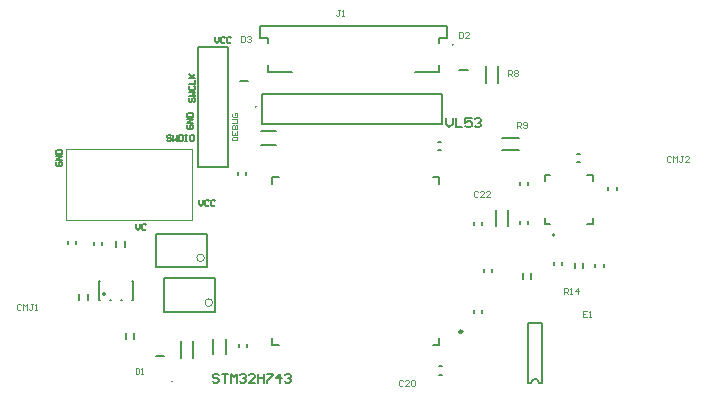
<source format=gto>
G04*
G04 #@! TF.GenerationSoftware,Altium Limited,Altium Designer,21.3.2 (30)*
G04*
G04 Layer_Color=65535*
%FSLAX43Y43*%
%MOMM*%
G71*
G04*
G04 #@! TF.SameCoordinates,DB2F4D52-C888-4A4C-9690-9536F9B8CA2E*
G04*
G04*
G04 #@! TF.FilePolarity,Positive*
G04*
G01*
G75*
%ADD10C,0.127*%
%ADD11C,0.200*%
%ADD12C,0.000*%
%ADD13C,0.250*%
%ADD14C,0.100*%
%ADD15C,0.152*%
%ADD16C,0.203*%
%ADD17C,0.102*%
D10*
X37500Y57350D02*
G03*
X37500Y57350I-100J0D01*
G01*
X66948Y78452D02*
G03*
X66948Y78452I-51J0D01*
G01*
X50253Y73196D02*
G03*
X50253Y73196I-51J0D01*
G01*
X43153Y49945D02*
G03*
X43153Y49945I-51J0D01*
G01*
X74700Y63280D02*
Y63770D01*
Y63280D02*
X75190D01*
X78800Y66890D02*
Y67380D01*
X78310D02*
X78800D01*
X78310Y63280D02*
X78800D01*
Y63770D01*
X74700Y67380D02*
X75190D01*
X74700Y66890D02*
Y67380D01*
X40127Y63285D02*
Y62946D01*
X40296Y62777D01*
X40466Y62946D01*
Y63285D01*
X40973Y63200D02*
X40889Y63285D01*
X40719D01*
X40635Y63200D01*
Y62862D01*
X40719Y62777D01*
X40889D01*
X40973Y62862D01*
X33400Y68516D02*
X33315Y68431D01*
Y68262D01*
X33400Y68177D01*
X33738D01*
X33823Y68262D01*
Y68431D01*
X33738Y68516D01*
X33569D01*
Y68346D01*
X33823Y68685D02*
X33315D01*
X33823Y69023D01*
X33315D01*
Y69193D02*
X33823D01*
Y69447D01*
X33738Y69531D01*
X33400D01*
X33315Y69447D01*
Y69193D01*
X44550Y71666D02*
X44465Y71581D01*
Y71412D01*
X44550Y71327D01*
X44888D01*
X44973Y71412D01*
Y71581D01*
X44888Y71666D01*
X44719D01*
Y71496D01*
X44973Y71835D02*
X44465D01*
X44973Y72173D01*
X44465D01*
Y72343D02*
X44973D01*
Y72597D01*
X44888Y72681D01*
X44550D01*
X44465Y72597D01*
Y72343D01*
X44650Y73916D02*
X44565Y73831D01*
Y73662D01*
X44650Y73577D01*
X44734D01*
X44819Y73662D01*
Y73831D01*
X44904Y73916D01*
X44988D01*
X45073Y73831D01*
Y73662D01*
X44988Y73577D01*
X44565Y74085D02*
X45073D01*
X44904Y74254D01*
X45073Y74423D01*
X44565D01*
X44650Y74931D02*
X44565Y74847D01*
Y74677D01*
X44650Y74593D01*
X44988D01*
X45073Y74677D01*
Y74847D01*
X44988Y74931D01*
X44565Y75101D02*
X45073D01*
Y75439D01*
X44565Y75608D02*
X45073D01*
X44904D01*
X44565Y75947D01*
X44819Y75693D01*
X45073Y75947D01*
X43066Y70750D02*
X42981Y70835D01*
X42812D01*
X42727Y70750D01*
Y70666D01*
X42812Y70581D01*
X42981D01*
X43066Y70496D01*
Y70412D01*
X42981Y70327D01*
X42812D01*
X42727Y70412D01*
X43235Y70835D02*
Y70327D01*
X43404Y70496D01*
X43573Y70327D01*
Y70835D01*
X43743D02*
Y70327D01*
X43997D01*
X44081Y70412D01*
Y70750D01*
X43997Y70835D01*
X43743D01*
X44251D02*
X44420D01*
X44335D01*
Y70327D01*
X44251D01*
X44420D01*
X44928Y70835D02*
X44758D01*
X44674Y70750D01*
Y70412D01*
X44758Y70327D01*
X44928D01*
X45012Y70412D01*
Y70750D01*
X44928Y70835D01*
X46777Y79135D02*
Y78796D01*
X46946Y78627D01*
X47116Y78796D01*
Y79135D01*
X47623Y79050D02*
X47539Y79135D01*
X47369D01*
X47285Y79050D01*
Y78712D01*
X47369Y78627D01*
X47539D01*
X47623Y78712D01*
X48131Y79050D02*
X48047Y79135D01*
X47877D01*
X47793Y79050D01*
Y78712D01*
X47877Y78627D01*
X48047D01*
X48131Y78712D01*
X45427Y65335D02*
Y64996D01*
X45596Y64827D01*
X45766Y64996D01*
Y65335D01*
X46273Y65250D02*
X46189Y65335D01*
X46019D01*
X45935Y65250D01*
Y64912D01*
X46019Y64827D01*
X46189D01*
X46273Y64912D01*
X46781Y65250D02*
X46697Y65335D01*
X46527D01*
X46443Y65250D01*
Y64912D01*
X46527Y64827D01*
X46697D01*
X46781Y64912D01*
D11*
X74217Y49825D02*
G03*
X73582Y49825I-317J0D01*
G01*
X75550Y62330D02*
G03*
X75550Y62330I-100J0D01*
G01*
X74217Y49825D02*
X74515D01*
X73285D02*
X73582D01*
X73285D02*
Y54905D01*
X74515D01*
Y49825D02*
Y54905D01*
X66425Y79050D02*
Y80000D01*
X65725Y79050D02*
X66425D01*
X50575Y80000D02*
X66425D01*
X65725Y78600D02*
Y79050D01*
Y76100D02*
Y76700D01*
X63725Y76100D02*
X65725D01*
X51275Y76100D02*
X53275D01*
X51275Y78600D02*
Y79050D01*
Y76100D02*
Y76700D01*
X50575Y79050D02*
Y80000D01*
Y79050D02*
X51275D01*
X45380Y68100D02*
X47920D01*
X45380D02*
Y78260D01*
X47920Y68100D02*
Y78260D01*
X45380D02*
X47920D01*
X50800Y71730D02*
Y74270D01*
X66040Y71730D02*
Y74270D01*
X50800Y71730D02*
X66040D01*
X50800Y74270D02*
X66040D01*
X65800Y53050D02*
Y53625D01*
Y66675D02*
Y67250D01*
X51600D02*
X52175D01*
X65225D02*
X65800D01*
X51600Y53050D02*
Y53625D01*
Y66675D02*
Y67250D01*
Y53050D02*
X52175D01*
X65225D02*
X65800D01*
X66384Y72250D02*
Y71717D01*
X66650Y71450D01*
X66917Y71717D01*
Y72250D01*
X67184D02*
Y71450D01*
X67717D01*
X68516Y72250D02*
X67983D01*
Y71850D01*
X68250Y71983D01*
X68383D01*
X68516Y71850D01*
Y71583D01*
X68383Y71450D01*
X68117D01*
X67983Y71583D01*
X68783Y72117D02*
X68916Y72250D01*
X69183D01*
X69316Y72117D01*
Y71983D01*
X69183Y71850D01*
X69050D01*
X69183D01*
X69316Y71717D01*
Y71583D01*
X69183Y71450D01*
X68916D01*
X68783Y71583D01*
D12*
X46600Y56600D02*
G03*
X46600Y56600I-325J0D01*
G01*
X45900Y60400D02*
G03*
X45900Y60400I-325J0D01*
G01*
D13*
X67725Y54150D02*
G03*
X67725Y54150I-125J0D01*
G01*
D14*
X44850Y63600D02*
Y66600D01*
Y69600D01*
X34216Y63600D02*
X44850D01*
X34216D02*
Y69600D01*
X44850D01*
X30400Y56417D02*
X30317Y56500D01*
X30150D01*
X30067Y56417D01*
Y56083D01*
X30150Y56000D01*
X30317D01*
X30400Y56083D01*
X30567Y56000D02*
Y56500D01*
X30733Y56333D01*
X30900Y56500D01*
Y56000D01*
X31400Y56500D02*
X31233D01*
X31317D01*
Y56083D01*
X31233Y56000D01*
X31150D01*
X31067Y56083D01*
X31566Y56000D02*
X31733D01*
X31650D01*
Y56500D01*
X31566Y56417D01*
X85417Y68967D02*
X85334Y69050D01*
X85167D01*
X85084Y68967D01*
Y68633D01*
X85167Y68550D01*
X85334D01*
X85417Y68633D01*
X85583Y68550D02*
Y69050D01*
X85750Y68883D01*
X85917Y69050D01*
Y68550D01*
X86417Y69050D02*
X86250D01*
X86333D01*
Y68633D01*
X86250Y68550D01*
X86167D01*
X86083Y68633D01*
X86916Y68550D02*
X86583D01*
X86916Y68883D01*
Y68967D01*
X86833Y69050D01*
X86666D01*
X86583Y68967D01*
X48200Y70334D02*
X48700D01*
Y70584D01*
X48617Y70667D01*
X48283D01*
X48200Y70584D01*
Y70334D01*
Y71167D02*
Y70834D01*
X48700D01*
Y71167D01*
X48450Y70834D02*
Y71000D01*
X48200Y71333D02*
X48700D01*
Y71583D01*
X48617Y71667D01*
X48533D01*
X48450Y71583D01*
Y71333D01*
Y71583D01*
X48367Y71667D01*
X48283D01*
X48200Y71583D01*
Y71333D01*
Y71833D02*
X48617D01*
X48700Y71917D01*
Y72083D01*
X48617Y72166D01*
X48200D01*
X48283Y72666D02*
X48200Y72583D01*
Y72416D01*
X48283Y72333D01*
X48617D01*
X48700Y72416D01*
Y72583D01*
X48617Y72666D01*
X48450D01*
Y72500D01*
X76325Y57350D02*
Y57850D01*
X76575D01*
X76658Y57767D01*
Y57600D01*
X76575Y57517D01*
X76325D01*
X76492D02*
X76658Y57350D01*
X76825D02*
X76992D01*
X76908D01*
Y57850D01*
X76825Y57767D01*
X77491Y57350D02*
Y57850D01*
X77242Y57600D01*
X77575D01*
X78300Y55900D02*
X77967D01*
Y55400D01*
X78300D01*
X77967Y55650D02*
X78133D01*
X78467Y55400D02*
X78633D01*
X78550D01*
Y55900D01*
X78467Y55817D01*
X40067Y51050D02*
Y50550D01*
X40317D01*
X40400Y50633D01*
Y50967D01*
X40317Y51050D01*
X40067D01*
X40567Y50550D02*
X40733D01*
X40650D01*
Y51050D01*
X40567Y50967D01*
X57400Y81400D02*
X57233D01*
X57317D01*
Y80983D01*
X57233Y80900D01*
X57150D01*
X57067Y80983D01*
X57567Y80900D02*
X57733D01*
X57650D01*
Y81400D01*
X57567Y81317D01*
X69042Y65996D02*
X68958Y66079D01*
X68792D01*
X68709Y65996D01*
Y65662D01*
X68792Y65579D01*
X68958D01*
X69042Y65662D01*
X69542Y65579D02*
X69208D01*
X69542Y65912D01*
Y65996D01*
X69458Y66079D01*
X69292D01*
X69208Y65996D01*
X70041Y65579D02*
X69708D01*
X70041Y65912D01*
Y65996D01*
X69958Y66079D01*
X69792D01*
X69708Y65996D01*
X62717Y49967D02*
X62633Y50050D01*
X62467D01*
X62384Y49967D01*
Y49633D01*
X62467Y49550D01*
X62633D01*
X62717Y49633D01*
X63217Y49550D02*
X62883D01*
X63217Y49883D01*
Y49967D01*
X63133Y50050D01*
X62967D01*
X62883Y49967D01*
X63383D02*
X63467Y50050D01*
X63633D01*
X63716Y49967D01*
Y49633D01*
X63633Y49550D01*
X63467D01*
X63383Y49633D01*
Y49967D01*
D15*
X36978Y58460D02*
X37072D01*
X39728D02*
X39822D01*
X39728Y56840D02*
X39822D01*
X36978D02*
X37072D01*
X38828D02*
X38922D01*
X37878D02*
X37972D01*
X36978D02*
Y58460D01*
X39822Y56840D02*
Y58460D01*
X71113Y70558D02*
X72535D01*
X71113Y69542D02*
X72535D01*
X67494Y76294D02*
X68206D01*
X70758Y75213D02*
Y76635D01*
X69742Y75213D02*
Y76635D01*
X48894Y75354D02*
X49606D01*
X69406Y55757D02*
Y56011D01*
X68694Y55757D02*
Y56011D01*
X41794Y52104D02*
X42506D01*
X36006Y56855D02*
Y57313D01*
X35294Y56855D02*
Y57313D01*
X39156Y61355D02*
Y61813D01*
X38444Y61355D02*
Y61813D01*
X39244Y53555D02*
Y54013D01*
X39956Y53555D02*
Y54013D01*
X36544Y61507D02*
Y61761D01*
X37256Y61507D02*
Y61761D01*
X35056Y61589D02*
Y61843D01*
X34344Y61589D02*
Y61843D01*
X80806Y66107D02*
Y66361D01*
X80094Y66107D02*
Y66361D01*
X77457Y69206D02*
X77711D01*
X77457Y68494D02*
X77711D01*
X73306Y66607D02*
Y66861D01*
X72594Y66607D02*
Y66861D01*
X47709Y52216D02*
Y53536D01*
X46591Y52216D02*
Y53536D01*
X65757Y51206D02*
X66011D01*
X65757Y50494D02*
X66011D01*
X71608Y63063D02*
Y64485D01*
X70592Y63063D02*
Y64485D01*
X65707Y70206D02*
X65961D01*
X65707Y69494D02*
X65961D01*
X69406Y63207D02*
Y63461D01*
X68694Y63207D02*
Y63461D01*
X44958Y51915D02*
Y53337D01*
X43942Y51915D02*
Y53337D01*
X50666Y69991D02*
X51986D01*
X50666Y71109D02*
X51986D01*
X77244Y59505D02*
Y59963D01*
X77956Y59505D02*
Y59963D01*
X72844Y58637D02*
Y59095D01*
X73556Y58637D02*
Y59095D01*
X79706Y59607D02*
Y59861D01*
X78994Y59607D02*
Y59861D01*
X76206Y59757D02*
Y60011D01*
X75494Y59757D02*
Y60011D01*
X72594Y63239D02*
Y63493D01*
X73306Y63239D02*
Y63493D01*
X70256Y59239D02*
Y59493D01*
X69544Y59239D02*
Y59493D01*
X48744Y67407D02*
Y67661D01*
X49456Y67407D02*
Y67661D01*
X49506Y52839D02*
Y53093D01*
X48794Y52839D02*
Y53093D01*
X47107Y50454D02*
X46980Y50581D01*
X46726D01*
X46599Y50454D01*
Y50327D01*
X46726Y50200D01*
X46980D01*
X47107Y50073D01*
Y49946D01*
X46980Y49819D01*
X46726D01*
X46599Y49946D01*
X47361Y50581D02*
X47869D01*
X47615D01*
Y49819D01*
X48123D02*
Y50581D01*
X48376Y50327D01*
X48630Y50581D01*
Y49819D01*
X48884Y50454D02*
X49011Y50581D01*
X49265D01*
X49392Y50454D01*
Y50327D01*
X49265Y50200D01*
X49138D01*
X49265D01*
X49392Y50073D01*
Y49946D01*
X49265Y49819D01*
X49011D01*
X48884Y49946D01*
X50154Y49819D02*
X49646D01*
X50154Y50327D01*
Y50454D01*
X50027Y50581D01*
X49773D01*
X49646Y50454D01*
X50408Y50581D02*
Y49819D01*
Y50200D01*
X50916D01*
Y50581D01*
Y49819D01*
X51170Y50581D02*
X51677D01*
Y50454D01*
X51170Y49946D01*
Y49819D01*
X52312D02*
Y50581D01*
X51931Y50200D01*
X52439D01*
X52693Y50454D02*
X52820Y50581D01*
X53074D01*
X53201Y50454D01*
Y50327D01*
X53074Y50200D01*
X52947D01*
X53074D01*
X53201Y50073D01*
Y49946D01*
X53074Y49819D01*
X52820D01*
X52693Y49946D01*
D16*
X42500Y58650D02*
X46800D01*
X42500Y55850D02*
Y58650D01*
Y55850D02*
X46800D01*
Y58650D01*
X41800Y62450D02*
X46100D01*
X41800Y59650D02*
Y62450D01*
Y59650D02*
X46100D01*
Y62450D01*
D17*
X72327Y71396D02*
Y71904D01*
X72581D01*
X72665Y71819D01*
Y71650D01*
X72581Y71565D01*
X72327D01*
X72496D02*
X72665Y71396D01*
X72835Y71481D02*
X72919Y71396D01*
X73089D01*
X73173Y71481D01*
Y71819D01*
X73089Y71904D01*
X72919D01*
X72835Y71819D01*
Y71735D01*
X72919Y71650D01*
X73173D01*
X71577Y75796D02*
Y76304D01*
X71831D01*
X71915Y76219D01*
Y76050D01*
X71831Y75965D01*
X71577D01*
X71746D02*
X71915Y75796D01*
X72085Y76219D02*
X72169Y76304D01*
X72339D01*
X72423Y76219D01*
Y76135D01*
X72339Y76050D01*
X72423Y75965D01*
Y75881D01*
X72339Y75796D01*
X72169D01*
X72085Y75881D01*
Y75965D01*
X72169Y76050D01*
X72085Y76135D01*
Y76219D01*
X72169Y76050D02*
X72339D01*
X48977Y79154D02*
Y78646D01*
X49231D01*
X49315Y78731D01*
Y79069D01*
X49231Y79154D01*
X48977D01*
X49485Y79069D02*
X49569Y79154D01*
X49739D01*
X49823Y79069D01*
Y78985D01*
X49739Y78900D01*
X49654D01*
X49739D01*
X49823Y78815D01*
Y78731D01*
X49739Y78646D01*
X49569D01*
X49485Y78731D01*
X67427Y79504D02*
Y78996D01*
X67681D01*
X67765Y79081D01*
Y79419D01*
X67681Y79504D01*
X67427D01*
X68273Y78996D02*
X67935D01*
X68273Y79335D01*
Y79419D01*
X68189Y79504D01*
X68019D01*
X67935Y79419D01*
M02*

</source>
